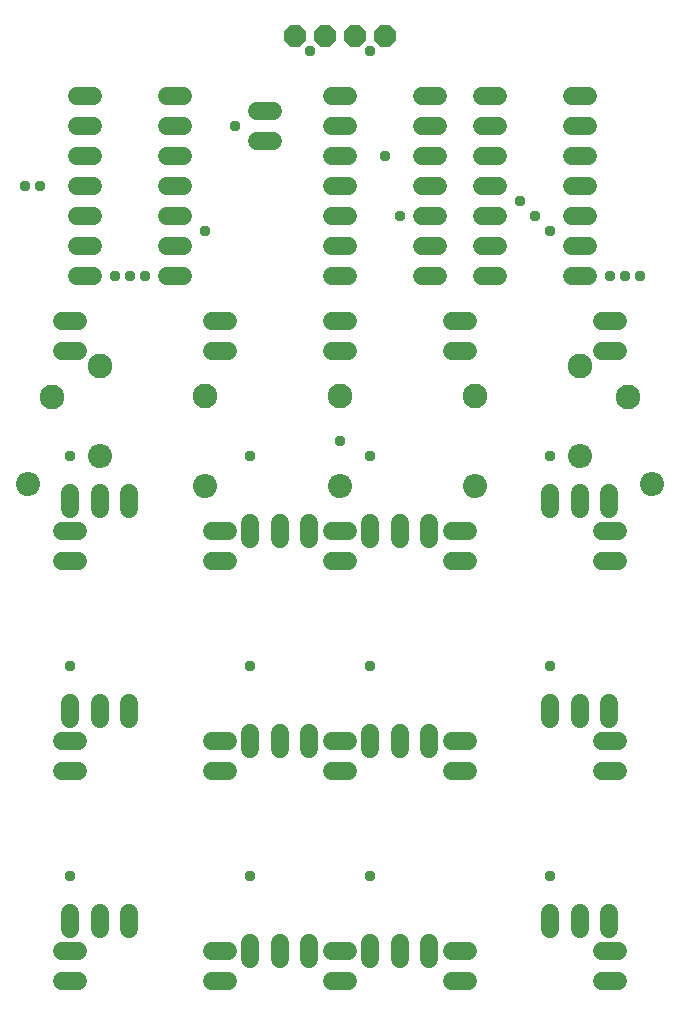
<source format=gbr>
G04 EAGLE Gerber X2 export*
%TF.Part,Single*%
%TF.FileFunction,Soldermask,Bot,1*%
%TF.FilePolarity,Negative*%
%TF.GenerationSoftware,Autodesk,EAGLE,8.7.0*%
%TF.CreationDate,2018-06-06T15:16:06Z*%
G75*
%MOMM*%
%FSLAX34Y34*%
%LPD*%
%AMOC8*
5,1,8,0,0,1.08239X$1,22.5*%
G01*
%ADD10C,1.524000*%
%ADD11C,2.047813*%
%ADD12C,2.094537*%
%ADD13P,1.951982X8X22.500000*%
%ADD14C,0.959600*%


D10*
X57404Y546100D02*
X44196Y546100D01*
X44196Y571500D02*
X57404Y571500D01*
X171196Y546100D02*
X184404Y546100D01*
X184404Y571500D02*
X171196Y571500D01*
X272796Y546100D02*
X286004Y546100D01*
X286004Y571500D02*
X272796Y571500D01*
X374396Y546100D02*
X387604Y546100D01*
X387604Y571500D02*
X374396Y571500D01*
X501396Y546100D02*
X514604Y546100D01*
X514604Y571500D02*
X501396Y571500D01*
X57404Y368300D02*
X44196Y368300D01*
X44196Y393700D02*
X57404Y393700D01*
X171196Y368300D02*
X184404Y368300D01*
X184404Y393700D02*
X171196Y393700D01*
X272796Y368300D02*
X286004Y368300D01*
X286004Y393700D02*
X272796Y393700D01*
X374396Y368300D02*
X387604Y368300D01*
X387604Y393700D02*
X374396Y393700D01*
X501396Y368300D02*
X514604Y368300D01*
X514604Y393700D02*
X501396Y393700D01*
X57404Y190500D02*
X44196Y190500D01*
X44196Y215900D02*
X57404Y215900D01*
X171196Y190500D02*
X184404Y190500D01*
X184404Y215900D02*
X171196Y215900D01*
X272796Y190500D02*
X286004Y190500D01*
X286004Y215900D02*
X272796Y215900D01*
X374396Y190500D02*
X387604Y190500D01*
X387604Y215900D02*
X374396Y215900D01*
X501396Y190500D02*
X514604Y190500D01*
X514604Y215900D02*
X501396Y215900D01*
X57404Y12700D02*
X44196Y12700D01*
X44196Y38100D02*
X57404Y38100D01*
X171196Y12700D02*
X184404Y12700D01*
X184404Y38100D02*
X171196Y38100D01*
X272796Y12700D02*
X286004Y12700D01*
X286004Y38100D02*
X272796Y38100D01*
X374396Y12700D02*
X387604Y12700D01*
X387604Y38100D02*
X374396Y38100D01*
X501396Y12700D02*
X514604Y12700D01*
X514604Y38100D02*
X501396Y38100D01*
X222504Y723900D02*
X209296Y723900D01*
X209296Y749300D02*
X222504Y749300D01*
X228588Y400038D02*
X228588Y386830D01*
X253588Y386830D02*
X253588Y400038D01*
X203588Y400038D02*
X203588Y386830D01*
X330188Y386830D02*
X330188Y400038D01*
X355188Y400038D02*
X355188Y386830D01*
X305188Y386830D02*
X305188Y400038D01*
X76188Y412230D02*
X76188Y425438D01*
X101188Y425438D02*
X101188Y412230D01*
X51188Y412230D02*
X51188Y425438D01*
X482588Y425438D02*
X482588Y412230D01*
X507588Y412230D02*
X507588Y425438D01*
X457588Y425438D02*
X457588Y412230D01*
X228588Y222238D02*
X228588Y209030D01*
X253588Y209030D02*
X253588Y222238D01*
X203588Y222238D02*
X203588Y209030D01*
X330188Y209030D02*
X330188Y222238D01*
X355188Y222238D02*
X355188Y209030D01*
X305188Y209030D02*
X305188Y222238D01*
X76188Y234430D02*
X76188Y247638D01*
X101188Y247638D02*
X101188Y234430D01*
X51188Y234430D02*
X51188Y247638D01*
X482588Y247638D02*
X482588Y234430D01*
X507588Y234430D02*
X507588Y247638D01*
X457588Y247638D02*
X457588Y234430D01*
X228588Y44438D02*
X228588Y31230D01*
X253588Y31230D02*
X253588Y44438D01*
X203588Y44438D02*
X203588Y31230D01*
X330188Y31230D02*
X330188Y44438D01*
X355188Y44438D02*
X355188Y31230D01*
X305188Y31230D02*
X305188Y44438D01*
X76188Y56630D02*
X76188Y69838D01*
X101188Y69838D02*
X101188Y56630D01*
X51188Y56630D02*
X51188Y69838D01*
X482588Y69838D02*
X482588Y56630D01*
X507588Y56630D02*
X507588Y69838D01*
X457588Y69838D02*
X457588Y56630D01*
D11*
X165100Y431800D03*
D12*
X165100Y508000D03*
D11*
X543261Y433098D03*
D12*
X523539Y506702D03*
D11*
X393700Y431800D03*
D12*
X393700Y508000D03*
D11*
X279400Y431800D03*
D12*
X279400Y508000D03*
D11*
X15539Y433098D03*
D12*
X35261Y506702D03*
D11*
X76200Y457200D03*
D12*
X76200Y533400D03*
D11*
X482600Y457200D03*
D12*
X482600Y533400D03*
D10*
X286004Y762000D02*
X272796Y762000D01*
X272796Y736600D02*
X286004Y736600D01*
X286004Y609600D02*
X272796Y609600D01*
X348996Y609600D02*
X362204Y609600D01*
X286004Y711200D02*
X272796Y711200D01*
X272796Y685800D02*
X286004Y685800D01*
X286004Y635000D02*
X272796Y635000D01*
X272796Y660400D02*
X286004Y660400D01*
X348996Y635000D02*
X362204Y635000D01*
X362204Y660400D02*
X348996Y660400D01*
X348996Y685800D02*
X362204Y685800D01*
X362204Y711200D02*
X348996Y711200D01*
X348996Y736600D02*
X362204Y736600D01*
X362204Y762000D02*
X348996Y762000D01*
X399796Y762000D02*
X413004Y762000D01*
X413004Y736600D02*
X399796Y736600D01*
X399796Y609600D02*
X413004Y609600D01*
X475996Y609600D02*
X489204Y609600D01*
X413004Y711200D02*
X399796Y711200D01*
X399796Y685800D02*
X413004Y685800D01*
X413004Y635000D02*
X399796Y635000D01*
X399796Y660400D02*
X413004Y660400D01*
X475996Y635000D02*
X489204Y635000D01*
X489204Y660400D02*
X475996Y660400D01*
X475996Y685800D02*
X489204Y685800D01*
X489204Y711200D02*
X475996Y711200D01*
X475996Y736600D02*
X489204Y736600D01*
X489204Y762000D02*
X475996Y762000D01*
X70104Y762000D02*
X56896Y762000D01*
X56896Y736600D02*
X70104Y736600D01*
X70104Y609600D02*
X56896Y609600D01*
X133096Y609600D02*
X146304Y609600D01*
X70104Y711200D02*
X56896Y711200D01*
X56896Y685800D02*
X70104Y685800D01*
X70104Y635000D02*
X56896Y635000D01*
X56896Y660400D02*
X70104Y660400D01*
X133096Y635000D02*
X146304Y635000D01*
X146304Y660400D02*
X133096Y660400D01*
X133096Y685800D02*
X146304Y685800D01*
X146304Y711200D02*
X133096Y711200D01*
X133096Y736600D02*
X146304Y736600D01*
X146304Y762000D02*
X133096Y762000D01*
D13*
X317500Y812800D03*
X292100Y812800D03*
X266700Y812800D03*
X241300Y812800D03*
D14*
X254000Y800100D03*
X190500Y736600D03*
X317500Y711200D03*
X279400Y469900D03*
X431800Y673100D03*
X304800Y457200D03*
X444500Y660400D03*
X304800Y279400D03*
X457200Y647700D03*
X304800Y101600D03*
X457200Y457200D03*
X520700Y609600D03*
X508000Y609600D03*
X457200Y279400D03*
X457200Y101600D03*
X533400Y609600D03*
X25400Y685800D03*
X50800Y457200D03*
X50800Y279400D03*
X12700Y685800D03*
X50800Y101600D03*
X88900Y609600D03*
X165100Y647700D03*
X203200Y457200D03*
X114300Y609600D03*
X203200Y279400D03*
X101600Y609600D03*
X203200Y101600D03*
X304800Y800100D03*
X330200Y660400D03*
M02*

</source>
